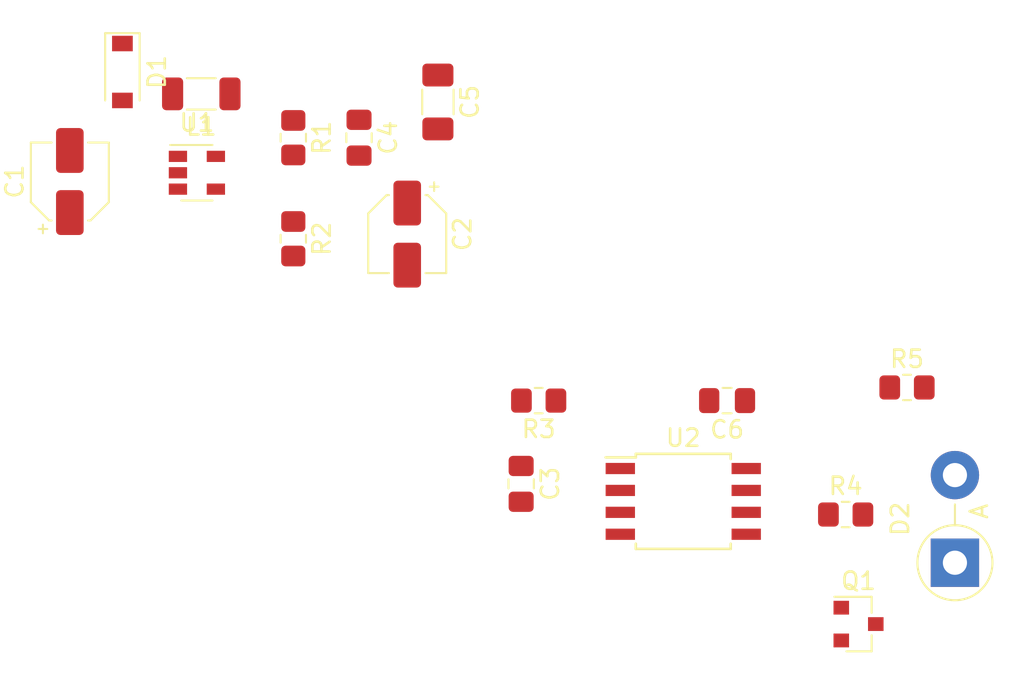
<source format=kicad_pcb>
(kicad_pcb (version 20171130) (host pcbnew 5.1.9+dfsg1-1)

  (general
    (thickness 1.6)
    (drawings 0)
    (tracks 0)
    (zones 0)
    (modules 17)
    (nets 14)
  )

  (page A4)
  (layers
    (0 F.Cu signal)
    (31 B.Cu signal)
    (32 B.Adhes user)
    (33 F.Adhes user)
    (34 B.Paste user)
    (35 F.Paste user)
    (36 B.SilkS user)
    (37 F.SilkS user)
    (38 B.Mask user)
    (39 F.Mask user)
    (40 Dwgs.User user)
    (41 Cmts.User user)
    (42 Eco1.User user)
    (43 Eco2.User user)
    (44 Edge.Cuts user)
    (45 Margin user)
    (46 B.CrtYd user)
    (47 F.CrtYd user)
    (48 B.Fab user)
    (49 F.Fab user)
  )

  (setup
    (last_trace_width 0.25)
    (trace_clearance 0.2)
    (zone_clearance 0.508)
    (zone_45_only no)
    (trace_min 0.2)
    (via_size 0.8)
    (via_drill 0.4)
    (via_min_size 0.4)
    (via_min_drill 0.3)
    (uvia_size 0.3)
    (uvia_drill 0.1)
    (uvias_allowed no)
    (uvia_min_size 0.2)
    (uvia_min_drill 0.1)
    (edge_width 0.05)
    (segment_width 0.2)
    (pcb_text_width 0.3)
    (pcb_text_size 1.5 1.5)
    (mod_edge_width 0.12)
    (mod_text_size 1 1)
    (mod_text_width 0.15)
    (pad_size 1.524 1.524)
    (pad_drill 0.762)
    (pad_to_mask_clearance 0)
    (aux_axis_origin 0 0)
    (visible_elements FFFFFF7F)
    (pcbplotparams
      (layerselection 0x010fc_ffffffff)
      (usegerberextensions false)
      (usegerberattributes true)
      (usegerberadvancedattributes true)
      (creategerberjobfile true)
      (excludeedgelayer true)
      (linewidth 0.100000)
      (plotframeref false)
      (viasonmask false)
      (mode 1)
      (useauxorigin false)
      (hpglpennumber 1)
      (hpglpenspeed 20)
      (hpglpendiameter 15.000000)
      (psnegative false)
      (psa4output false)
      (plotreference true)
      (plotvalue true)
      (plotinvisibletext false)
      (padsonsilk false)
      (subtractmaskfromsilk false)
      (outputformat 1)
      (mirror false)
      (drillshape 1)
      (scaleselection 1)
      (outputdirectory ""))
  )

  (net 0 "")
  (net 1 GNDD)
  (net 2 VCC)
  (net 3 +5V)
  (net 4 "Net-(C3-Pad1)")
  (net 5 "Net-(C4-Pad2)")
  (net 6 "Net-(D1-Pad2)")
  (net 7 "Net-(D2-Pad1)")
  (net 8 "Net-(D2-Pad2)")
  (net 9 "Net-(U2-Pad2)")
  (net 10 "Net-(U2-Pad5)")
  (net 11 "Net-(U2-Pad6)")
  (net 12 "Net-(U2-Pad7)")
  (net 13 "Net-(Q1-Pad1)")

  (net_class Default "This is the default net class."
    (clearance 0.2)
    (trace_width 0.25)
    (via_dia 0.8)
    (via_drill 0.4)
    (uvia_dia 0.3)
    (uvia_drill 0.1)
    (add_net +5V)
    (add_net GNDD)
    (add_net "Net-(C3-Pad1)")
    (add_net "Net-(C4-Pad2)")
    (add_net "Net-(D1-Pad2)")
    (add_net "Net-(D2-Pad1)")
    (add_net "Net-(D2-Pad2)")
    (add_net "Net-(Q1-Pad1)")
    (add_net "Net-(U2-Pad2)")
    (add_net "Net-(U2-Pad5)")
    (add_net "Net-(U2-Pad6)")
    (add_net "Net-(U2-Pad7)")
    (add_net VCC)
  )

  (module Capacitor_SMD:CP_Elec_4x3.9 (layer F.Cu) (tedit 5BCA39CF) (tstamp 62D875B1)
    (at 104.648 83.312 90)
    (descr "SMD capacitor, aluminum electrolytic, Nichicon, 4.0x3.9mm")
    (tags "capacitor electrolytic")
    (path /62D8EFA5)
    (attr smd)
    (fp_text reference C1 (at 0 -3.2 90) (layer F.SilkS)
      (effects (font (size 1 1) (thickness 0.15)))
    )
    (fp_text value 4.7µF (at 0 3.2 90) (layer F.Fab)
      (effects (font (size 1 1) (thickness 0.15)))
    )
    (fp_text user %R (at 0 0 90) (layer F.Fab)
      (effects (font (size 0.8 0.8) (thickness 0.12)))
    )
    (fp_circle (center 0 0) (end 2 0) (layer F.Fab) (width 0.1))
    (fp_line (start 2.15 -2.15) (end 2.15 2.15) (layer F.Fab) (width 0.1))
    (fp_line (start -1.15 -2.15) (end 2.15 -2.15) (layer F.Fab) (width 0.1))
    (fp_line (start -1.15 2.15) (end 2.15 2.15) (layer F.Fab) (width 0.1))
    (fp_line (start -2.15 -1.15) (end -2.15 1.15) (layer F.Fab) (width 0.1))
    (fp_line (start -2.15 -1.15) (end -1.15 -2.15) (layer F.Fab) (width 0.1))
    (fp_line (start -2.15 1.15) (end -1.15 2.15) (layer F.Fab) (width 0.1))
    (fp_line (start -1.574773 -1) (end -1.174773 -1) (layer F.Fab) (width 0.1))
    (fp_line (start -1.374773 -1.2) (end -1.374773 -0.8) (layer F.Fab) (width 0.1))
    (fp_line (start 2.26 2.26) (end 2.26 1.06) (layer F.SilkS) (width 0.12))
    (fp_line (start 2.26 -2.26) (end 2.26 -1.06) (layer F.SilkS) (width 0.12))
    (fp_line (start -1.195563 -2.26) (end 2.26 -2.26) (layer F.SilkS) (width 0.12))
    (fp_line (start -1.195563 2.26) (end 2.26 2.26) (layer F.SilkS) (width 0.12))
    (fp_line (start -2.26 1.195563) (end -2.26 1.06) (layer F.SilkS) (width 0.12))
    (fp_line (start -2.26 -1.195563) (end -2.26 -1.06) (layer F.SilkS) (width 0.12))
    (fp_line (start -2.26 -1.195563) (end -1.195563 -2.26) (layer F.SilkS) (width 0.12))
    (fp_line (start -2.26 1.195563) (end -1.195563 2.26) (layer F.SilkS) (width 0.12))
    (fp_line (start -3 -1.56) (end -2.5 -1.56) (layer F.SilkS) (width 0.12))
    (fp_line (start -2.75 -1.81) (end -2.75 -1.31) (layer F.SilkS) (width 0.12))
    (fp_line (start 2.4 -2.4) (end 2.4 -1.05) (layer F.CrtYd) (width 0.05))
    (fp_line (start 2.4 -1.05) (end 3.35 -1.05) (layer F.CrtYd) (width 0.05))
    (fp_line (start 3.35 -1.05) (end 3.35 1.05) (layer F.CrtYd) (width 0.05))
    (fp_line (start 3.35 1.05) (end 2.4 1.05) (layer F.CrtYd) (width 0.05))
    (fp_line (start 2.4 1.05) (end 2.4 2.4) (layer F.CrtYd) (width 0.05))
    (fp_line (start -1.25 2.4) (end 2.4 2.4) (layer F.CrtYd) (width 0.05))
    (fp_line (start -1.25 -2.4) (end 2.4 -2.4) (layer F.CrtYd) (width 0.05))
    (fp_line (start -2.4 1.25) (end -1.25 2.4) (layer F.CrtYd) (width 0.05))
    (fp_line (start -2.4 -1.25) (end -1.25 -2.4) (layer F.CrtYd) (width 0.05))
    (fp_line (start -2.4 -1.25) (end -2.4 -1.05) (layer F.CrtYd) (width 0.05))
    (fp_line (start -2.4 1.05) (end -2.4 1.25) (layer F.CrtYd) (width 0.05))
    (fp_line (start -2.4 -1.05) (end -3.35 -1.05) (layer F.CrtYd) (width 0.05))
    (fp_line (start -3.35 -1.05) (end -3.35 1.05) (layer F.CrtYd) (width 0.05))
    (fp_line (start -3.35 1.05) (end -2.4 1.05) (layer F.CrtYd) (width 0.05))
    (pad 2 smd roundrect (at 1.8 0 90) (size 2.6 1.6) (layers F.Cu F.Paste F.Mask) (roundrect_rratio 0.15625)
      (net 1 GNDD))
    (pad 1 smd roundrect (at -1.8 0 90) (size 2.6 1.6) (layers F.Cu F.Paste F.Mask) (roundrect_rratio 0.15625)
      (net 2 VCC))
    (model ${KISYS3DMOD}/Capacitor_SMD.3dshapes/CP_Elec_4x3.9.wrl
      (at (xyz 0 0 0))
      (scale (xyz 1 1 1))
      (rotate (xyz 0 0 0))
    )
  )

  (module Capacitor_SMD:CP_Elec_4x3.9 (layer F.Cu) (tedit 5BCA39CF) (tstamp 62D887AB)
    (at 124.206 86.36 270)
    (descr "SMD capacitor, aluminum electrolytic, Nichicon, 4.0x3.9mm")
    (tags "capacitor electrolytic")
    (path /62D8F6F4)
    (attr smd)
    (fp_text reference C2 (at 0 -3.2 90) (layer F.SilkS)
      (effects (font (size 1 1) (thickness 0.15)))
    )
    (fp_text value 20µF (at 0 3.2 90) (layer F.Fab)
      (effects (font (size 1 1) (thickness 0.15)))
    )
    (fp_line (start -3.35 1.05) (end -2.4 1.05) (layer F.CrtYd) (width 0.05))
    (fp_line (start -3.35 -1.05) (end -3.35 1.05) (layer F.CrtYd) (width 0.05))
    (fp_line (start -2.4 -1.05) (end -3.35 -1.05) (layer F.CrtYd) (width 0.05))
    (fp_line (start -2.4 1.05) (end -2.4 1.25) (layer F.CrtYd) (width 0.05))
    (fp_line (start -2.4 -1.25) (end -2.4 -1.05) (layer F.CrtYd) (width 0.05))
    (fp_line (start -2.4 -1.25) (end -1.25 -2.4) (layer F.CrtYd) (width 0.05))
    (fp_line (start -2.4 1.25) (end -1.25 2.4) (layer F.CrtYd) (width 0.05))
    (fp_line (start -1.25 -2.4) (end 2.4 -2.4) (layer F.CrtYd) (width 0.05))
    (fp_line (start -1.25 2.4) (end 2.4 2.4) (layer F.CrtYd) (width 0.05))
    (fp_line (start 2.4 1.05) (end 2.4 2.4) (layer F.CrtYd) (width 0.05))
    (fp_line (start 3.35 1.05) (end 2.4 1.05) (layer F.CrtYd) (width 0.05))
    (fp_line (start 3.35 -1.05) (end 3.35 1.05) (layer F.CrtYd) (width 0.05))
    (fp_line (start 2.4 -1.05) (end 3.35 -1.05) (layer F.CrtYd) (width 0.05))
    (fp_line (start 2.4 -2.4) (end 2.4 -1.05) (layer F.CrtYd) (width 0.05))
    (fp_line (start -2.75 -1.81) (end -2.75 -1.31) (layer F.SilkS) (width 0.12))
    (fp_line (start -3 -1.56) (end -2.5 -1.56) (layer F.SilkS) (width 0.12))
    (fp_line (start -2.26 1.195563) (end -1.195563 2.26) (layer F.SilkS) (width 0.12))
    (fp_line (start -2.26 -1.195563) (end -1.195563 -2.26) (layer F.SilkS) (width 0.12))
    (fp_line (start -2.26 -1.195563) (end -2.26 -1.06) (layer F.SilkS) (width 0.12))
    (fp_line (start -2.26 1.195563) (end -2.26 1.06) (layer F.SilkS) (width 0.12))
    (fp_line (start -1.195563 2.26) (end 2.26 2.26) (layer F.SilkS) (width 0.12))
    (fp_line (start -1.195563 -2.26) (end 2.26 -2.26) (layer F.SilkS) (width 0.12))
    (fp_line (start 2.26 -2.26) (end 2.26 -1.06) (layer F.SilkS) (width 0.12))
    (fp_line (start 2.26 2.26) (end 2.26 1.06) (layer F.SilkS) (width 0.12))
    (fp_line (start -1.374773 -1.2) (end -1.374773 -0.8) (layer F.Fab) (width 0.1))
    (fp_line (start -1.574773 -1) (end -1.174773 -1) (layer F.Fab) (width 0.1))
    (fp_line (start -2.15 1.15) (end -1.15 2.15) (layer F.Fab) (width 0.1))
    (fp_line (start -2.15 -1.15) (end -1.15 -2.15) (layer F.Fab) (width 0.1))
    (fp_line (start -2.15 -1.15) (end -2.15 1.15) (layer F.Fab) (width 0.1))
    (fp_line (start -1.15 2.15) (end 2.15 2.15) (layer F.Fab) (width 0.1))
    (fp_line (start -1.15 -2.15) (end 2.15 -2.15) (layer F.Fab) (width 0.1))
    (fp_line (start 2.15 -2.15) (end 2.15 2.15) (layer F.Fab) (width 0.1))
    (fp_circle (center 0 0) (end 2 0) (layer F.Fab) (width 0.1))
    (fp_text user %R (at 0 0 90) (layer F.Fab)
      (effects (font (size 0.8 0.8) (thickness 0.12)))
    )
    (pad 1 smd roundrect (at -1.8 0 270) (size 2.6 1.6) (layers F.Cu F.Paste F.Mask) (roundrect_rratio 0.15625)
      (net 3 +5V))
    (pad 2 smd roundrect (at 1.8 0 270) (size 2.6 1.6) (layers F.Cu F.Paste F.Mask) (roundrect_rratio 0.15625)
      (net 1 GNDD))
    (model ${KISYS3DMOD}/Capacitor_SMD.3dshapes/CP_Elec_4x3.9.wrl
      (at (xyz 0 0 0))
      (scale (xyz 1 1 1))
      (rotate (xyz 0 0 0))
    )
  )

  (module Capacitor_SMD:C_0805_2012Metric_Pad1.18x1.45mm_HandSolder (layer F.Cu) (tedit 5F68FEEF) (tstamp 62D875EA)
    (at 130.81 100.838 270)
    (descr "Capacitor SMD 0805 (2012 Metric), square (rectangular) end terminal, IPC_7351 nominal with elongated pad for handsoldering. (Body size source: IPC-SM-782 page 76, https://www.pcb-3d.com/wordpress/wp-content/uploads/ipc-sm-782a_amendment_1_and_2.pdf, https://docs.google.com/spreadsheets/d/1BsfQQcO9C6DZCsRaXUlFlo91Tg2WpOkGARC1WS5S8t0/edit?usp=sharing), generated with kicad-footprint-generator")
    (tags "capacitor handsolder")
    (path /62DB00B8)
    (attr smd)
    (fp_text reference C3 (at 0 -1.68 90) (layer F.SilkS)
      (effects (font (size 1 1) (thickness 0.15)))
    )
    (fp_text value 4.7nF (at 0 1.68 90) (layer F.Fab)
      (effects (font (size 1 1) (thickness 0.15)))
    )
    (fp_line (start 1.88 0.98) (end -1.88 0.98) (layer F.CrtYd) (width 0.05))
    (fp_line (start 1.88 -0.98) (end 1.88 0.98) (layer F.CrtYd) (width 0.05))
    (fp_line (start -1.88 -0.98) (end 1.88 -0.98) (layer F.CrtYd) (width 0.05))
    (fp_line (start -1.88 0.98) (end -1.88 -0.98) (layer F.CrtYd) (width 0.05))
    (fp_line (start -0.261252 0.735) (end 0.261252 0.735) (layer F.SilkS) (width 0.12))
    (fp_line (start -0.261252 -0.735) (end 0.261252 -0.735) (layer F.SilkS) (width 0.12))
    (fp_line (start 1 0.625) (end -1 0.625) (layer F.Fab) (width 0.1))
    (fp_line (start 1 -0.625) (end 1 0.625) (layer F.Fab) (width 0.1))
    (fp_line (start -1 -0.625) (end 1 -0.625) (layer F.Fab) (width 0.1))
    (fp_line (start -1 0.625) (end -1 -0.625) (layer F.Fab) (width 0.1))
    (fp_text user %R (at 0 0 90) (layer F.Fab)
      (effects (font (size 0.5 0.5) (thickness 0.08)))
    )
    (pad 1 smd roundrect (at -1.0375 0 270) (size 1.175 1.45) (layers F.Cu F.Paste F.Mask) (roundrect_rratio 0.212766)
      (net 4 "Net-(C3-Pad1)"))
    (pad 2 smd roundrect (at 1.0375 0 270) (size 1.175 1.45) (layers F.Cu F.Paste F.Mask) (roundrect_rratio 0.212766)
      (net 1 GNDD))
    (model ${KISYS3DMOD}/Capacitor_SMD.3dshapes/C_0805_2012Metric.wrl
      (at (xyz 0 0 0))
      (scale (xyz 1 1 1))
      (rotate (xyz 0 0 0))
    )
  )

  (module Capacitor_SMD:C_0805_2012Metric_Pad1.18x1.45mm_HandSolder (layer F.Cu) (tedit 5F68FEEF) (tstamp 62D875FB)
    (at 121.412 80.772 270)
    (descr "Capacitor SMD 0805 (2012 Metric), square (rectangular) end terminal, IPC_7351 nominal with elongated pad for handsoldering. (Body size source: IPC-SM-782 page 76, https://www.pcb-3d.com/wordpress/wp-content/uploads/ipc-sm-782a_amendment_1_and_2.pdf, https://docs.google.com/spreadsheets/d/1BsfQQcO9C6DZCsRaXUlFlo91Tg2WpOkGARC1WS5S8t0/edit?usp=sharing), generated with kicad-footprint-generator")
    (tags "capacitor handsolder")
    (path /62D9044C)
    (attr smd)
    (fp_text reference C4 (at 0 -1.68 90) (layer F.SilkS)
      (effects (font (size 1 1) (thickness 0.15)))
    )
    (fp_text value 10pF (at 0 1.68 90) (layer F.Fab)
      (effects (font (size 1 1) (thickness 0.15)))
    )
    (fp_line (start 1.88 0.98) (end -1.88 0.98) (layer F.CrtYd) (width 0.05))
    (fp_line (start 1.88 -0.98) (end 1.88 0.98) (layer F.CrtYd) (width 0.05))
    (fp_line (start -1.88 -0.98) (end 1.88 -0.98) (layer F.CrtYd) (width 0.05))
    (fp_line (start -1.88 0.98) (end -1.88 -0.98) (layer F.CrtYd) (width 0.05))
    (fp_line (start -0.261252 0.735) (end 0.261252 0.735) (layer F.SilkS) (width 0.12))
    (fp_line (start -0.261252 -0.735) (end 0.261252 -0.735) (layer F.SilkS) (width 0.12))
    (fp_line (start 1 0.625) (end -1 0.625) (layer F.Fab) (width 0.1))
    (fp_line (start 1 -0.625) (end 1 0.625) (layer F.Fab) (width 0.1))
    (fp_line (start -1 -0.625) (end 1 -0.625) (layer F.Fab) (width 0.1))
    (fp_line (start -1 0.625) (end -1 -0.625) (layer F.Fab) (width 0.1))
    (fp_text user %R (at 0 0 90) (layer F.Fab)
      (effects (font (size 0.5 0.5) (thickness 0.08)))
    )
    (pad 1 smd roundrect (at -1.0375 0 270) (size 1.175 1.45) (layers F.Cu F.Paste F.Mask) (roundrect_rratio 0.212766)
      (net 3 +5V))
    (pad 2 smd roundrect (at 1.0375 0 270) (size 1.175 1.45) (layers F.Cu F.Paste F.Mask) (roundrect_rratio 0.212766)
      (net 5 "Net-(C4-Pad2)"))
    (model ${KISYS3DMOD}/Capacitor_SMD.3dshapes/C_0805_2012Metric.wrl
      (at (xyz 0 0 0))
      (scale (xyz 1 1 1))
      (rotate (xyz 0 0 0))
    )
  )

  (module Capacitor_SMD:C_1206_3216Metric_Pad1.33x1.80mm_HandSolder (layer F.Cu) (tedit 5F68FEEF) (tstamp 62D8760C)
    (at 125.984 78.7015 270)
    (descr "Capacitor SMD 1206 (3216 Metric), square (rectangular) end terminal, IPC_7351 nominal with elongated pad for handsoldering. (Body size source: IPC-SM-782 page 76, https://www.pcb-3d.com/wordpress/wp-content/uploads/ipc-sm-782a_amendment_1_and_2.pdf), generated with kicad-footprint-generator")
    (tags "capacitor handsolder")
    (path /62DC7D6B)
    (attr smd)
    (fp_text reference C5 (at 0 -1.85 90) (layer F.SilkS)
      (effects (font (size 1 1) (thickness 0.15)))
    )
    (fp_text value 100nF (at 0 1.85 90) (layer F.Fab)
      (effects (font (size 1 1) (thickness 0.15)))
    )
    (fp_line (start 2.48 1.15) (end -2.48 1.15) (layer F.CrtYd) (width 0.05))
    (fp_line (start 2.48 -1.15) (end 2.48 1.15) (layer F.CrtYd) (width 0.05))
    (fp_line (start -2.48 -1.15) (end 2.48 -1.15) (layer F.CrtYd) (width 0.05))
    (fp_line (start -2.48 1.15) (end -2.48 -1.15) (layer F.CrtYd) (width 0.05))
    (fp_line (start -0.711252 0.91) (end 0.711252 0.91) (layer F.SilkS) (width 0.12))
    (fp_line (start -0.711252 -0.91) (end 0.711252 -0.91) (layer F.SilkS) (width 0.12))
    (fp_line (start 1.6 0.8) (end -1.6 0.8) (layer F.Fab) (width 0.1))
    (fp_line (start 1.6 -0.8) (end 1.6 0.8) (layer F.Fab) (width 0.1))
    (fp_line (start -1.6 -0.8) (end 1.6 -0.8) (layer F.Fab) (width 0.1))
    (fp_line (start -1.6 0.8) (end -1.6 -0.8) (layer F.Fab) (width 0.1))
    (fp_text user %R (at 0 0 90) (layer F.Fab)
      (effects (font (size 0.8 0.8) (thickness 0.12)))
    )
    (pad 1 smd roundrect (at -1.5625 0 270) (size 1.325 1.8) (layers F.Cu F.Paste F.Mask) (roundrect_rratio 0.188679)
      (net 3 +5V))
    (pad 2 smd roundrect (at 1.5625 0 270) (size 1.325 1.8) (layers F.Cu F.Paste F.Mask) (roundrect_rratio 0.188679)
      (net 1 GNDD))
    (model ${KISYS3DMOD}/Capacitor_SMD.3dshapes/C_1206_3216Metric.wrl
      (at (xyz 0 0 0))
      (scale (xyz 1 1 1))
      (rotate (xyz 0 0 0))
    )
  )

  (module Capacitor_SMD:C_0805_2012Metric_Pad1.18x1.45mm_HandSolder (layer F.Cu) (tedit 5F68FEEF) (tstamp 62D8761D)
    (at 142.748 96.012 180)
    (descr "Capacitor SMD 0805 (2012 Metric), square (rectangular) end terminal, IPC_7351 nominal with elongated pad for handsoldering. (Body size source: IPC-SM-782 page 76, https://www.pcb-3d.com/wordpress/wp-content/uploads/ipc-sm-782a_amendment_1_and_2.pdf, https://docs.google.com/spreadsheets/d/1BsfQQcO9C6DZCsRaXUlFlo91Tg2WpOkGARC1WS5S8t0/edit?usp=sharing), generated with kicad-footprint-generator")
    (tags "capacitor handsolder")
    (path /62DBB7BE)
    (attr smd)
    (fp_text reference C6 (at 0 -1.68) (layer F.SilkS)
      (effects (font (size 1 1) (thickness 0.15)))
    )
    (fp_text value 10nF (at 0 1.68) (layer F.Fab)
      (effects (font (size 1 1) (thickness 0.15)))
    )
    (fp_text user %R (at 0 0) (layer F.Fab)
      (effects (font (size 0.5 0.5) (thickness 0.08)))
    )
    (fp_line (start -1 0.625) (end -1 -0.625) (layer F.Fab) (width 0.1))
    (fp_line (start -1 -0.625) (end 1 -0.625) (layer F.Fab) (width 0.1))
    (fp_line (start 1 -0.625) (end 1 0.625) (layer F.Fab) (width 0.1))
    (fp_line (start 1 0.625) (end -1 0.625) (layer F.Fab) (width 0.1))
    (fp_line (start -0.261252 -0.735) (end 0.261252 -0.735) (layer F.SilkS) (width 0.12))
    (fp_line (start -0.261252 0.735) (end 0.261252 0.735) (layer F.SilkS) (width 0.12))
    (fp_line (start -1.88 0.98) (end -1.88 -0.98) (layer F.CrtYd) (width 0.05))
    (fp_line (start -1.88 -0.98) (end 1.88 -0.98) (layer F.CrtYd) (width 0.05))
    (fp_line (start 1.88 -0.98) (end 1.88 0.98) (layer F.CrtYd) (width 0.05))
    (fp_line (start 1.88 0.98) (end -1.88 0.98) (layer F.CrtYd) (width 0.05))
    (pad 2 smd roundrect (at 1.0375 0 180) (size 1.175 1.45) (layers F.Cu F.Paste F.Mask) (roundrect_rratio 0.212766)
      (net 1 GNDD))
    (pad 1 smd roundrect (at -1.0375 0 180) (size 1.175 1.45) (layers F.Cu F.Paste F.Mask) (roundrect_rratio 0.212766)
      (net 3 +5V))
    (model ${KISYS3DMOD}/Capacitor_SMD.3dshapes/C_0805_2012Metric.wrl
      (at (xyz 0 0 0))
      (scale (xyz 1 1 1))
      (rotate (xyz 0 0 0))
    )
  )

  (module Diode_SMD:D_SOD-123 (layer F.Cu) (tedit 58645DC7) (tstamp 62D87636)
    (at 107.696 76.962 270)
    (descr SOD-123)
    (tags SOD-123)
    (path /62DA0FC6)
    (attr smd)
    (fp_text reference D1 (at 0 -2 90) (layer F.SilkS)
      (effects (font (size 1 1) (thickness 0.15)))
    )
    (fp_text value D_Schottky (at 0 2.1 90) (layer F.Fab)
      (effects (font (size 1 1) (thickness 0.15)))
    )
    (fp_line (start -2.25 -1) (end 1.65 -1) (layer F.SilkS) (width 0.12))
    (fp_line (start -2.25 1) (end 1.65 1) (layer F.SilkS) (width 0.12))
    (fp_line (start -2.35 -1.15) (end -2.35 1.15) (layer F.CrtYd) (width 0.05))
    (fp_line (start 2.35 1.15) (end -2.35 1.15) (layer F.CrtYd) (width 0.05))
    (fp_line (start 2.35 -1.15) (end 2.35 1.15) (layer F.CrtYd) (width 0.05))
    (fp_line (start -2.35 -1.15) (end 2.35 -1.15) (layer F.CrtYd) (width 0.05))
    (fp_line (start -1.4 -0.9) (end 1.4 -0.9) (layer F.Fab) (width 0.1))
    (fp_line (start 1.4 -0.9) (end 1.4 0.9) (layer F.Fab) (width 0.1))
    (fp_line (start 1.4 0.9) (end -1.4 0.9) (layer F.Fab) (width 0.1))
    (fp_line (start -1.4 0.9) (end -1.4 -0.9) (layer F.Fab) (width 0.1))
    (fp_line (start -0.75 0) (end -0.35 0) (layer F.Fab) (width 0.1))
    (fp_line (start -0.35 0) (end -0.35 -0.55) (layer F.Fab) (width 0.1))
    (fp_line (start -0.35 0) (end -0.35 0.55) (layer F.Fab) (width 0.1))
    (fp_line (start -0.35 0) (end 0.25 -0.4) (layer F.Fab) (width 0.1))
    (fp_line (start 0.25 -0.4) (end 0.25 0.4) (layer F.Fab) (width 0.1))
    (fp_line (start 0.25 0.4) (end -0.35 0) (layer F.Fab) (width 0.1))
    (fp_line (start 0.25 0) (end 0.75 0) (layer F.Fab) (width 0.1))
    (fp_line (start -2.25 -1) (end -2.25 1) (layer F.SilkS) (width 0.12))
    (fp_text user %R (at 0 -2 90) (layer F.Fab)
      (effects (font (size 1 1) (thickness 0.15)))
    )
    (pad 1 smd rect (at -1.65 0 270) (size 0.9 1.2) (layers F.Cu F.Paste F.Mask)
      (net 3 +5V))
    (pad 2 smd rect (at 1.65 0 270) (size 0.9 1.2) (layers F.Cu F.Paste F.Mask)
      (net 6 "Net-(D1-Pad2)"))
    (model ${KISYS3DMOD}/Diode_SMD.3dshapes/D_SOD-123.wrl
      (at (xyz 0 0 0))
      (scale (xyz 1 1 1))
      (rotate (xyz 0 0 0))
    )
  )

  (module Diode_THT:D_5W_P5.08mm_Vertical_AnodeUp (layer F.Cu) (tedit 5AE50CD5) (tstamp 62D87647)
    (at 155.956 105.41 90)
    (descr "Diode, 5W series, Axial, Vertical, pin pitch=5.08mm, , length*diameter=8.9*3.7mm^2, , http://www.diodes.com/_files/packages/8686949.gif")
    (tags "Diode 5W series Axial Vertical pin pitch 5.08mm  length 8.9mm diameter 3.7mm")
    (path /62DB2810)
    (fp_text reference D2 (at 2.54 -3.174899 90) (layer F.SilkS)
      (effects (font (size 1 1) (thickness 0.15)))
    )
    (fp_text value red (at 2.54 3.174899 90) (layer F.Fab)
      (effects (font (size 1 1) (thickness 0.15)))
    )
    (fp_line (start 6.73 -2.1) (end -2.1 -2.1) (layer F.CrtYd) (width 0.05))
    (fp_line (start 6.73 2.1) (end 6.73 -2.1) (layer F.CrtYd) (width 0.05))
    (fp_line (start -2.1 2.1) (end 6.73 2.1) (layer F.CrtYd) (width 0.05))
    (fp_line (start -2.1 -2.1) (end -2.1 2.1) (layer F.CrtYd) (width 0.05))
    (fp_line (start 2.174899 0) (end 3.38 0) (layer F.SilkS) (width 0.12))
    (fp_line (start 0 0) (end 5.08 0) (layer F.Fab) (width 0.1))
    (fp_circle (center 0 0) (end 2.174899 0) (layer F.SilkS) (width 0.12))
    (fp_circle (center 0 0) (end 1.85 0) (layer F.Fab) (width 0.1))
    (fp_text user %R (at 2.54 -3.174899 90) (layer F.Fab)
      (effects (font (size 1 1) (thickness 0.15)))
    )
    (fp_text user A (at 2.98 1.4 90) (layer F.Fab)
      (effects (font (size 1 1) (thickness 0.15)))
    )
    (fp_text user A (at 2.98 1.4 90) (layer F.SilkS)
      (effects (font (size 1 1) (thickness 0.15)))
    )
    (pad 1 thru_hole rect (at 0 0 90) (size 2.8 2.8) (drill 1.4) (layers *.Cu *.Mask)
      (net 7 "Net-(D2-Pad1)"))
    (pad 2 thru_hole oval (at 5.08 0 90) (size 2.8 2.8) (drill 1.4) (layers *.Cu *.Mask)
      (net 8 "Net-(D2-Pad2)"))
    (model ${KISYS3DMOD}/Diode_THT.3dshapes/D_5W_P5.08mm_Vertical_AnodeUp.wrl
      (at (xyz 0 0 0))
      (scale (xyz 1 1 1))
      (rotate (xyz 0 0 0))
    )
  )

  (module Inductor_SMD:L_1206_3216Metric_Pad1.22x1.90mm_HandSolder (layer F.Cu) (tedit 5F68FEF0) (tstamp 62D87658)
    (at 112.268 78.232 180)
    (descr "Inductor SMD 1206 (3216 Metric), square (rectangular) end terminal, IPC_7351 nominal with elongated pad for handsoldering. (Body size source: IPC-SM-782 page 80, https://www.pcb-3d.com/wordpress/wp-content/uploads/ipc-sm-782a_amendment_1_and_2.pdf), generated with kicad-footprint-generator")
    (tags "inductor handsolder")
    (path /62D90536)
    (attr smd)
    (fp_text reference L1 (at 0 -1.9) (layer F.SilkS)
      (effects (font (size 1 1) (thickness 0.15)))
    )
    (fp_text value 10µH (at 0 1.9) (layer F.Fab)
      (effects (font (size 1 1) (thickness 0.15)))
    )
    (fp_line (start 2.52 1.2) (end -2.52 1.2) (layer F.CrtYd) (width 0.05))
    (fp_line (start 2.52 -1.2) (end 2.52 1.2) (layer F.CrtYd) (width 0.05))
    (fp_line (start -2.52 -1.2) (end 2.52 -1.2) (layer F.CrtYd) (width 0.05))
    (fp_line (start -2.52 1.2) (end -2.52 -1.2) (layer F.CrtYd) (width 0.05))
    (fp_line (start -0.835242 0.91) (end 0.835242 0.91) (layer F.SilkS) (width 0.12))
    (fp_line (start -0.835242 -0.91) (end 0.835242 -0.91) (layer F.SilkS) (width 0.12))
    (fp_line (start 1.6 0.8) (end -1.6 0.8) (layer F.Fab) (width 0.1))
    (fp_line (start 1.6 -0.8) (end 1.6 0.8) (layer F.Fab) (width 0.1))
    (fp_line (start -1.6 -0.8) (end 1.6 -0.8) (layer F.Fab) (width 0.1))
    (fp_line (start -1.6 0.8) (end -1.6 -0.8) (layer F.Fab) (width 0.1))
    (fp_text user %R (at 0 0) (layer F.Fab)
      (effects (font (size 0.8 0.8) (thickness 0.12)))
    )
    (pad 1 smd roundrect (at -1.6625 0 180) (size 1.225 1.9) (layers F.Cu F.Paste F.Mask) (roundrect_rratio 0.204082)
      (net 2 VCC))
    (pad 2 smd roundrect (at 1.6625 0 180) (size 1.225 1.9) (layers F.Cu F.Paste F.Mask) (roundrect_rratio 0.204082)
      (net 6 "Net-(D1-Pad2)"))
    (model ${KISYS3DMOD}/Inductor_SMD.3dshapes/L_1206_3216Metric.wrl
      (at (xyz 0 0 0))
      (scale (xyz 1 1 1))
      (rotate (xyz 0 0 0))
    )
  )

  (module Resistor_SMD:R_0805_2012Metric_Pad1.20x1.40mm_HandSolder (layer F.Cu) (tedit 5F68FEEE) (tstamp 62D8767B)
    (at 117.602 80.772 270)
    (descr "Resistor SMD 0805 (2012 Metric), square (rectangular) end terminal, IPC_7351 nominal with elongated pad for handsoldering. (Body size source: IPC-SM-782 page 72, https://www.pcb-3d.com/wordpress/wp-content/uploads/ipc-sm-782a_amendment_1_and_2.pdf), generated with kicad-footprint-generator")
    (tags "resistor handsolder")
    (path /62D912C0)
    (attr smd)
    (fp_text reference R1 (at 0 -1.65 90) (layer F.SilkS)
      (effects (font (size 1 1) (thickness 0.15)))
    )
    (fp_text value 680k (at 0 1.65 90) (layer F.Fab)
      (effects (font (size 1 1) (thickness 0.15)))
    )
    (fp_line (start 1.85 0.95) (end -1.85 0.95) (layer F.CrtYd) (width 0.05))
    (fp_line (start 1.85 -0.95) (end 1.85 0.95) (layer F.CrtYd) (width 0.05))
    (fp_line (start -1.85 -0.95) (end 1.85 -0.95) (layer F.CrtYd) (width 0.05))
    (fp_line (start -1.85 0.95) (end -1.85 -0.95) (layer F.CrtYd) (width 0.05))
    (fp_line (start -0.227064 0.735) (end 0.227064 0.735) (layer F.SilkS) (width 0.12))
    (fp_line (start -0.227064 -0.735) (end 0.227064 -0.735) (layer F.SilkS) (width 0.12))
    (fp_line (start 1 0.625) (end -1 0.625) (layer F.Fab) (width 0.1))
    (fp_line (start 1 -0.625) (end 1 0.625) (layer F.Fab) (width 0.1))
    (fp_line (start -1 -0.625) (end 1 -0.625) (layer F.Fab) (width 0.1))
    (fp_line (start -1 0.625) (end -1 -0.625) (layer F.Fab) (width 0.1))
    (fp_text user %R (at 0 0 90) (layer F.Fab)
      (effects (font (size 0.5 0.5) (thickness 0.08)))
    )
    (pad 1 smd roundrect (at -1 0 270) (size 1.2 1.4) (layers F.Cu F.Paste F.Mask) (roundrect_rratio 0.208333)
      (net 3 +5V))
    (pad 2 smd roundrect (at 1 0 270) (size 1.2 1.4) (layers F.Cu F.Paste F.Mask) (roundrect_rratio 0.208333)
      (net 5 "Net-(C4-Pad2)"))
    (model ${KISYS3DMOD}/Resistor_SMD.3dshapes/R_0805_2012Metric.wrl
      (at (xyz 0 0 0))
      (scale (xyz 1 1 1))
      (rotate (xyz 0 0 0))
    )
  )

  (module Resistor_SMD:R_0805_2012Metric_Pad1.20x1.40mm_HandSolder (layer F.Cu) (tedit 5F68FEEE) (tstamp 62D88330)
    (at 117.602 86.63 270)
    (descr "Resistor SMD 0805 (2012 Metric), square (rectangular) end terminal, IPC_7351 nominal with elongated pad for handsoldering. (Body size source: IPC-SM-782 page 72, https://www.pcb-3d.com/wordpress/wp-content/uploads/ipc-sm-782a_amendment_1_and_2.pdf), generated with kicad-footprint-generator")
    (tags "resistor handsolder")
    (path /62D9157D)
    (attr smd)
    (fp_text reference R2 (at 0 -1.65 90) (layer F.SilkS)
      (effects (font (size 1 1) (thickness 0.15)))
    )
    (fp_text value 220k (at 0 1.65 90) (layer F.Fab)
      (effects (font (size 1 1) (thickness 0.15)))
    )
    (fp_text user %R (at 0 0 90) (layer F.Fab)
      (effects (font (size 0.5 0.5) (thickness 0.08)))
    )
    (fp_line (start -1 0.625) (end -1 -0.625) (layer F.Fab) (width 0.1))
    (fp_line (start -1 -0.625) (end 1 -0.625) (layer F.Fab) (width 0.1))
    (fp_line (start 1 -0.625) (end 1 0.625) (layer F.Fab) (width 0.1))
    (fp_line (start 1 0.625) (end -1 0.625) (layer F.Fab) (width 0.1))
    (fp_line (start -0.227064 -0.735) (end 0.227064 -0.735) (layer F.SilkS) (width 0.12))
    (fp_line (start -0.227064 0.735) (end 0.227064 0.735) (layer F.SilkS) (width 0.12))
    (fp_line (start -1.85 0.95) (end -1.85 -0.95) (layer F.CrtYd) (width 0.05))
    (fp_line (start -1.85 -0.95) (end 1.85 -0.95) (layer F.CrtYd) (width 0.05))
    (fp_line (start 1.85 -0.95) (end 1.85 0.95) (layer F.CrtYd) (width 0.05))
    (fp_line (start 1.85 0.95) (end -1.85 0.95) (layer F.CrtYd) (width 0.05))
    (pad 2 smd roundrect (at 1 0 270) (size 1.2 1.4) (layers F.Cu F.Paste F.Mask) (roundrect_rratio 0.208333)
      (net 1 GNDD))
    (pad 1 smd roundrect (at -1 0 270) (size 1.2 1.4) (layers F.Cu F.Paste F.Mask) (roundrect_rratio 0.208333)
      (net 5 "Net-(C4-Pad2)"))
    (model ${KISYS3DMOD}/Resistor_SMD.3dshapes/R_0805_2012Metric.wrl
      (at (xyz 0 0 0))
      (scale (xyz 1 1 1))
      (rotate (xyz 0 0 0))
    )
  )

  (module Resistor_SMD:R_0805_2012Metric_Pad1.20x1.40mm_HandSolder (layer F.Cu) (tedit 5F68FEEE) (tstamp 62D8769D)
    (at 131.826 96.012 180)
    (descr "Resistor SMD 0805 (2012 Metric), square (rectangular) end terminal, IPC_7351 nominal with elongated pad for handsoldering. (Body size source: IPC-SM-782 page 72, https://www.pcb-3d.com/wordpress/wp-content/uploads/ipc-sm-782a_amendment_1_and_2.pdf), generated with kicad-footprint-generator")
    (tags "resistor handsolder")
    (path /62DAEDC3)
    (attr smd)
    (fp_text reference R3 (at 0 -1.65) (layer F.SilkS)
      (effects (font (size 1 1) (thickness 0.15)))
    )
    (fp_text value 10k (at 0 1.65) (layer F.Fab)
      (effects (font (size 1 1) (thickness 0.15)))
    )
    (fp_line (start 1.85 0.95) (end -1.85 0.95) (layer F.CrtYd) (width 0.05))
    (fp_line (start 1.85 -0.95) (end 1.85 0.95) (layer F.CrtYd) (width 0.05))
    (fp_line (start -1.85 -0.95) (end 1.85 -0.95) (layer F.CrtYd) (width 0.05))
    (fp_line (start -1.85 0.95) (end -1.85 -0.95) (layer F.CrtYd) (width 0.05))
    (fp_line (start -0.227064 0.735) (end 0.227064 0.735) (layer F.SilkS) (width 0.12))
    (fp_line (start -0.227064 -0.735) (end 0.227064 -0.735) (layer F.SilkS) (width 0.12))
    (fp_line (start 1 0.625) (end -1 0.625) (layer F.Fab) (width 0.1))
    (fp_line (start 1 -0.625) (end 1 0.625) (layer F.Fab) (width 0.1))
    (fp_line (start -1 -0.625) (end 1 -0.625) (layer F.Fab) (width 0.1))
    (fp_line (start -1 0.625) (end -1 -0.625) (layer F.Fab) (width 0.1))
    (fp_text user %R (at 0 0) (layer F.Fab)
      (effects (font (size 0.5 0.5) (thickness 0.08)))
    )
    (pad 1 smd roundrect (at -1 0 180) (size 1.2 1.4) (layers F.Cu F.Paste F.Mask) (roundrect_rratio 0.208333)
      (net 3 +5V))
    (pad 2 smd roundrect (at 1 0 180) (size 1.2 1.4) (layers F.Cu F.Paste F.Mask) (roundrect_rratio 0.208333)
      (net 4 "Net-(C3-Pad1)"))
    (model ${KISYS3DMOD}/Resistor_SMD.3dshapes/R_0805_2012Metric.wrl
      (at (xyz 0 0 0))
      (scale (xyz 1 1 1))
      (rotate (xyz 0 0 0))
    )
  )

  (module Resistor_SMD:R_0805_2012Metric_Pad1.20x1.40mm_HandSolder (layer F.Cu) (tedit 5F68FEEE) (tstamp 62D876AE)
    (at 149.622 102.616)
    (descr "Resistor SMD 0805 (2012 Metric), square (rectangular) end terminal, IPC_7351 nominal with elongated pad for handsoldering. (Body size source: IPC-SM-782 page 72, https://www.pcb-3d.com/wordpress/wp-content/uploads/ipc-sm-782a_amendment_1_and_2.pdf), generated with kicad-footprint-generator")
    (tags "resistor handsolder")
    (path /62DB3AE7)
    (attr smd)
    (fp_text reference R4 (at 0 -1.65) (layer F.SilkS)
      (effects (font (size 1 1) (thickness 0.15)))
    )
    (fp_text value 10k (at 0 1.65) (layer F.Fab)
      (effects (font (size 1 1) (thickness 0.15)))
    )
    (fp_line (start 1.85 0.95) (end -1.85 0.95) (layer F.CrtYd) (width 0.05))
    (fp_line (start 1.85 -0.95) (end 1.85 0.95) (layer F.CrtYd) (width 0.05))
    (fp_line (start -1.85 -0.95) (end 1.85 -0.95) (layer F.CrtYd) (width 0.05))
    (fp_line (start -1.85 0.95) (end -1.85 -0.95) (layer F.CrtYd) (width 0.05))
    (fp_line (start -0.227064 0.735) (end 0.227064 0.735) (layer F.SilkS) (width 0.12))
    (fp_line (start -0.227064 -0.735) (end 0.227064 -0.735) (layer F.SilkS) (width 0.12))
    (fp_line (start 1 0.625) (end -1 0.625) (layer F.Fab) (width 0.1))
    (fp_line (start 1 -0.625) (end 1 0.625) (layer F.Fab) (width 0.1))
    (fp_line (start -1 -0.625) (end 1 -0.625) (layer F.Fab) (width 0.1))
    (fp_line (start -1 0.625) (end -1 -0.625) (layer F.Fab) (width 0.1))
    (fp_text user %R (at 0 0) (layer F.Fab)
      (effects (font (size 0.5 0.5) (thickness 0.08)))
    )
    (pad 1 smd roundrect (at -1 0) (size 1.2 1.4) (layers F.Cu F.Paste F.Mask) (roundrect_rratio 0.208333)
      (net 3 +5V))
    (pad 2 smd roundrect (at 1 0) (size 1.2 1.4) (layers F.Cu F.Paste F.Mask) (roundrect_rratio 0.208333)
      (net 13 "Net-(Q1-Pad1)"))
    (model ${KISYS3DMOD}/Resistor_SMD.3dshapes/R_0805_2012Metric.wrl
      (at (xyz 0 0 0))
      (scale (xyz 1 1 1))
      (rotate (xyz 0 0 0))
    )
  )

  (module Resistor_SMD:R_0805_2012Metric_Pad1.20x1.40mm_HandSolder (layer F.Cu) (tedit 5F68FEEE) (tstamp 62D876BF)
    (at 153.178 95.25)
    (descr "Resistor SMD 0805 (2012 Metric), square (rectangular) end terminal, IPC_7351 nominal with elongated pad for handsoldering. (Body size source: IPC-SM-782 page 72, https://www.pcb-3d.com/wordpress/wp-content/uploads/ipc-sm-782a_amendment_1_and_2.pdf), generated with kicad-footprint-generator")
    (tags "resistor handsolder")
    (path /62DB2052)
    (attr smd)
    (fp_text reference R5 (at 0 -1.65) (layer F.SilkS)
      (effects (font (size 1 1) (thickness 0.15)))
    )
    (fp_text value 470R (at 0 1.65) (layer F.Fab)
      (effects (font (size 1 1) (thickness 0.15)))
    )
    (fp_text user %R (at 0 0) (layer F.Fab)
      (effects (font (size 0.5 0.5) (thickness 0.08)))
    )
    (fp_line (start -1 0.625) (end -1 -0.625) (layer F.Fab) (width 0.1))
    (fp_line (start -1 -0.625) (end 1 -0.625) (layer F.Fab) (width 0.1))
    (fp_line (start 1 -0.625) (end 1 0.625) (layer F.Fab) (width 0.1))
    (fp_line (start 1 0.625) (end -1 0.625) (layer F.Fab) (width 0.1))
    (fp_line (start -0.227064 -0.735) (end 0.227064 -0.735) (layer F.SilkS) (width 0.12))
    (fp_line (start -0.227064 0.735) (end 0.227064 0.735) (layer F.SilkS) (width 0.12))
    (fp_line (start -1.85 0.95) (end -1.85 -0.95) (layer F.CrtYd) (width 0.05))
    (fp_line (start -1.85 -0.95) (end 1.85 -0.95) (layer F.CrtYd) (width 0.05))
    (fp_line (start 1.85 -0.95) (end 1.85 0.95) (layer F.CrtYd) (width 0.05))
    (fp_line (start 1.85 0.95) (end -1.85 0.95) (layer F.CrtYd) (width 0.05))
    (pad 2 smd roundrect (at 1 0) (size 1.2 1.4) (layers F.Cu F.Paste F.Mask) (roundrect_rratio 0.208333)
      (net 8 "Net-(D2-Pad2)"))
    (pad 1 smd roundrect (at -1 0) (size 1.2 1.4) (layers F.Cu F.Paste F.Mask) (roundrect_rratio 0.208333)
      (net 3 +5V))
    (model ${KISYS3DMOD}/Resistor_SMD.3dshapes/R_0805_2012Metric.wrl
      (at (xyz 0 0 0))
      (scale (xyz 1 1 1))
      (rotate (xyz 0 0 0))
    )
  )

  (module Package_TO_SOT_SMD:SOT-23-5 (layer F.Cu) (tedit 5A02FF57) (tstamp 62D87EF5)
    (at 112.014 82.804)
    (descr "5-pin SOT23 package")
    (tags SOT-23-5)
    (path /62D8DF96)
    (attr smd)
    (fp_text reference U1 (at 0 -2.9) (layer F.SilkS)
      (effects (font (size 1 1) (thickness 0.15)))
    )
    (fp_text value AP3015 (at 0 2.9) (layer F.Fab)
      (effects (font (size 1 1) (thickness 0.15)))
    )
    (fp_line (start 0.9 -1.55) (end 0.9 1.55) (layer F.Fab) (width 0.1))
    (fp_line (start 0.9 1.55) (end -0.9 1.55) (layer F.Fab) (width 0.1))
    (fp_line (start -0.9 -0.9) (end -0.9 1.55) (layer F.Fab) (width 0.1))
    (fp_line (start 0.9 -1.55) (end -0.25 -1.55) (layer F.Fab) (width 0.1))
    (fp_line (start -0.9 -0.9) (end -0.25 -1.55) (layer F.Fab) (width 0.1))
    (fp_line (start -1.9 1.8) (end -1.9 -1.8) (layer F.CrtYd) (width 0.05))
    (fp_line (start 1.9 1.8) (end -1.9 1.8) (layer F.CrtYd) (width 0.05))
    (fp_line (start 1.9 -1.8) (end 1.9 1.8) (layer F.CrtYd) (width 0.05))
    (fp_line (start -1.9 -1.8) (end 1.9 -1.8) (layer F.CrtYd) (width 0.05))
    (fp_line (start 0.9 -1.61) (end -1.55 -1.61) (layer F.SilkS) (width 0.12))
    (fp_line (start -0.9 1.61) (end 0.9 1.61) (layer F.SilkS) (width 0.12))
    (fp_text user %R (at 0 0 90) (layer F.Fab)
      (effects (font (size 0.5 0.5) (thickness 0.075)))
    )
    (pad 1 smd rect (at -1.1 -0.95) (size 1.06 0.65) (layers F.Cu F.Paste F.Mask)
      (net 6 "Net-(D1-Pad2)"))
    (pad 2 smd rect (at -1.1 0) (size 1.06 0.65) (layers F.Cu F.Paste F.Mask)
      (net 1 GNDD))
    (pad 3 smd rect (at -1.1 0.95) (size 1.06 0.65) (layers F.Cu F.Paste F.Mask)
      (net 5 "Net-(C4-Pad2)"))
    (pad 4 smd rect (at 1.1 0.95) (size 1.06 0.65) (layers F.Cu F.Paste F.Mask)
      (net 2 VCC))
    (pad 5 smd rect (at 1.1 -0.95) (size 1.06 0.65) (layers F.Cu F.Paste F.Mask)
      (net 2 VCC))
    (model ${KISYS3DMOD}/Package_TO_SOT_SMD.3dshapes/SOT-23-5.wrl
      (at (xyz 0 0 0))
      (scale (xyz 1 1 1))
      (rotate (xyz 0 0 0))
    )
  )

  (module Package_SO:SOIJ-8_5.3x5.3mm_P1.27mm (layer F.Cu) (tedit 5A02F2D3) (tstamp 62D87FAF)
    (at 140.208 101.854)
    (descr "8-Lead Plastic Small Outline (SM) - Medium, 5.28 mm Body [SOIC] (see Microchip Packaging Specification 00000049BS.pdf)")
    (tags "SOIC 1.27")
    (path /62DAD6DA)
    (attr smd)
    (fp_text reference U2 (at 0 -3.68) (layer F.SilkS)
      (effects (font (size 1 1) (thickness 0.15)))
    )
    (fp_text value ATtiny13-20SU (at 0 3.68) (layer F.Fab)
      (effects (font (size 1 1) (thickness 0.15)))
    )
    (fp_line (start -2.75 -2.55) (end -4.5 -2.55) (layer F.SilkS) (width 0.15))
    (fp_line (start -2.75 2.755) (end 2.75 2.755) (layer F.SilkS) (width 0.15))
    (fp_line (start -2.75 -2.755) (end 2.75 -2.755) (layer F.SilkS) (width 0.15))
    (fp_line (start -2.75 2.755) (end -2.75 2.455) (layer F.SilkS) (width 0.15))
    (fp_line (start 2.75 2.755) (end 2.75 2.455) (layer F.SilkS) (width 0.15))
    (fp_line (start 2.75 -2.755) (end 2.75 -2.455) (layer F.SilkS) (width 0.15))
    (fp_line (start -2.75 -2.755) (end -2.75 -2.55) (layer F.SilkS) (width 0.15))
    (fp_line (start -4.75 2.95) (end 4.75 2.95) (layer F.CrtYd) (width 0.05))
    (fp_line (start -4.75 -2.95) (end 4.75 -2.95) (layer F.CrtYd) (width 0.05))
    (fp_line (start 4.75 -2.95) (end 4.75 2.95) (layer F.CrtYd) (width 0.05))
    (fp_line (start -4.75 -2.95) (end -4.75 2.95) (layer F.CrtYd) (width 0.05))
    (fp_line (start -2.65 -1.65) (end -1.65 -2.65) (layer F.Fab) (width 0.15))
    (fp_line (start -2.65 2.65) (end -2.65 -1.65) (layer F.Fab) (width 0.15))
    (fp_line (start 2.65 2.65) (end -2.65 2.65) (layer F.Fab) (width 0.15))
    (fp_line (start 2.65 -2.65) (end 2.65 2.65) (layer F.Fab) (width 0.15))
    (fp_line (start -1.65 -2.65) (end 2.65 -2.65) (layer F.Fab) (width 0.15))
    (fp_text user %R (at 0 0) (layer F.Fab)
      (effects (font (size 1 1) (thickness 0.15)))
    )
    (pad 1 smd rect (at -3.65 -1.905) (size 1.7 0.65) (layers F.Cu F.Paste F.Mask)
      (net 4 "Net-(C3-Pad1)"))
    (pad 2 smd rect (at -3.65 -0.635) (size 1.7 0.65) (layers F.Cu F.Paste F.Mask)
      (net 9 "Net-(U2-Pad2)"))
    (pad 3 smd rect (at -3.65 0.635) (size 1.7 0.65) (layers F.Cu F.Paste F.Mask)
      (net 13 "Net-(Q1-Pad1)"))
    (pad 4 smd rect (at -3.65 1.905) (size 1.7 0.65) (layers F.Cu F.Paste F.Mask)
      (net 1 GNDD))
    (pad 5 smd rect (at 3.65 1.905) (size 1.7 0.65) (layers F.Cu F.Paste F.Mask)
      (net 10 "Net-(U2-Pad5)"))
    (pad 6 smd rect (at 3.65 0.635) (size 1.7 0.65) (layers F.Cu F.Paste F.Mask)
      (net 11 "Net-(U2-Pad6)"))
    (pad 7 smd rect (at 3.65 -0.635) (size 1.7 0.65) (layers F.Cu F.Paste F.Mask)
      (net 12 "Net-(U2-Pad7)"))
    (pad 8 smd rect (at 3.65 -1.905) (size 1.7 0.65) (layers F.Cu F.Paste F.Mask)
      (net 3 +5V))
    (model ${KISYS3DMOD}/Package_SO.3dshapes/SOIJ-8_5.3x5.3mm_P1.27mm.wrl
      (at (xyz 0 0 0))
      (scale (xyz 1 1 1))
      (rotate (xyz 0 0 0))
    )
  )

  (module Package_TO_SOT_SMD:SOT-23 (layer F.Cu) (tedit 5A02FF57) (tstamp 62D880D9)
    (at 150.368 108.966)
    (descr "SOT-23, Standard")
    (tags SOT-23)
    (path /62DA77C6)
    (attr smd)
    (fp_text reference Q1 (at 0 -2.5) (layer F.SilkS)
      (effects (font (size 1 1) (thickness 0.15)))
    )
    (fp_text value 2N7002 (at 0 2.5) (layer F.Fab)
      (effects (font (size 1 1) (thickness 0.15)))
    )
    (fp_line (start 0.76 1.58) (end -0.7 1.58) (layer F.SilkS) (width 0.12))
    (fp_line (start 0.76 -1.58) (end -1.4 -1.58) (layer F.SilkS) (width 0.12))
    (fp_line (start -1.7 1.75) (end -1.7 -1.75) (layer F.CrtYd) (width 0.05))
    (fp_line (start 1.7 1.75) (end -1.7 1.75) (layer F.CrtYd) (width 0.05))
    (fp_line (start 1.7 -1.75) (end 1.7 1.75) (layer F.CrtYd) (width 0.05))
    (fp_line (start -1.7 -1.75) (end 1.7 -1.75) (layer F.CrtYd) (width 0.05))
    (fp_line (start 0.76 -1.58) (end 0.76 -0.65) (layer F.SilkS) (width 0.12))
    (fp_line (start 0.76 1.58) (end 0.76 0.65) (layer F.SilkS) (width 0.12))
    (fp_line (start -0.7 1.52) (end 0.7 1.52) (layer F.Fab) (width 0.1))
    (fp_line (start 0.7 -1.52) (end 0.7 1.52) (layer F.Fab) (width 0.1))
    (fp_line (start -0.7 -0.95) (end -0.15 -1.52) (layer F.Fab) (width 0.1))
    (fp_line (start -0.15 -1.52) (end 0.7 -1.52) (layer F.Fab) (width 0.1))
    (fp_line (start -0.7 -0.95) (end -0.7 1.5) (layer F.Fab) (width 0.1))
    (fp_text user %R (at 0 0 90) (layer F.Fab)
      (effects (font (size 0.5 0.5) (thickness 0.075)))
    )
    (pad 1 smd rect (at -1 -0.95) (size 0.9 0.8) (layers F.Cu F.Paste F.Mask)
      (net 13 "Net-(Q1-Pad1)"))
    (pad 2 smd rect (at -1 0.95) (size 0.9 0.8) (layers F.Cu F.Paste F.Mask)
      (net 1 GNDD))
    (pad 3 smd rect (at 1 0) (size 0.9 0.8) (layers F.Cu F.Paste F.Mask)
      (net 7 "Net-(D2-Pad1)"))
    (model ${KISYS3DMOD}/Package_TO_SOT_SMD.3dshapes/SOT-23.wrl
      (at (xyz 0 0 0))
      (scale (xyz 1 1 1))
      (rotate (xyz 0 0 0))
    )
  )

)

</source>
